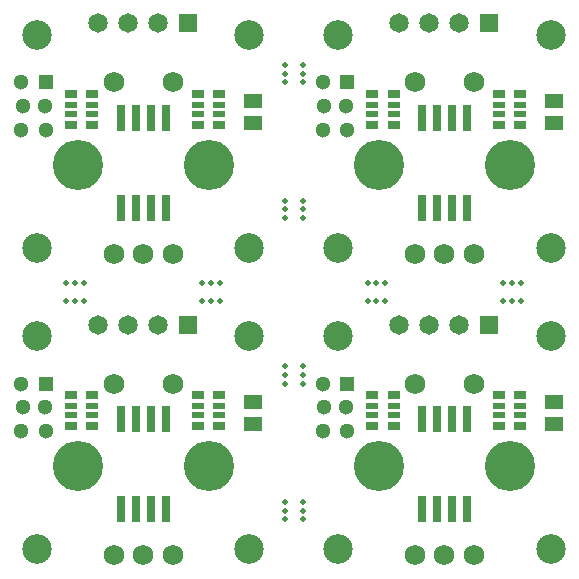
<source format=gbs>
G04 (created by PCBNEW (2013-03-02 BZR 3981)-testing) date Fri 08 Mar 2013 02:07:52 AM CET*
%MOIN*%
G04 Gerber Fmt 3.4, Leading zero omitted, Abs format*
%FSLAX34Y34*%
G01*
G70*
G90*
G04 APERTURE LIST*
%ADD10C,3.14961e-06*%
%ADD11C,0.019685*%
%ADD12C,0.0688976*%
%ADD13O,0.167323X0.167323*%
%ADD14C,0.0984252*%
%ADD15R,0.0511811X0.0511811*%
%ADD16C,0.0511811*%
%ADD17R,0.0649606X0.0649606*%
%ADD18C,0.0649606*%
%ADD19R,0.0275591X0.0866142*%
%ADD20R,0.059X0.0511*%
%ADD21R,0.0393701X0.0255906*%
%ADD22R,0.0393701X0.019685*%
G04 APERTURE END LIST*
G54D10*
G54D11*
X41929Y-23031D03*
X42519Y-23031D03*
X42519Y-22440D03*
X41929Y-22440D03*
X42224Y-22440D03*
X42224Y-23031D03*
X46751Y-23031D03*
X46751Y-22440D03*
X46456Y-22440D03*
X47047Y-22440D03*
X47047Y-23031D03*
X46456Y-23031D03*
X36417Y-23031D03*
X37007Y-23031D03*
X37007Y-22440D03*
X36417Y-22440D03*
X36712Y-22440D03*
X36712Y-23031D03*
X39173Y-25787D03*
X39173Y-25196D03*
X39763Y-25196D03*
X39763Y-25787D03*
X39173Y-25492D03*
X39763Y-25492D03*
X39763Y-30019D03*
X39173Y-30019D03*
X39763Y-30314D03*
X39763Y-29724D03*
X39173Y-29724D03*
X39173Y-30314D03*
X39173Y-20275D03*
X39173Y-19685D03*
X39763Y-19685D03*
X39763Y-20275D03*
X39173Y-19980D03*
X39763Y-19980D03*
X32185Y-23031D03*
X32185Y-22440D03*
X39763Y-15452D03*
X39173Y-15452D03*
X39763Y-15748D03*
X39763Y-15157D03*
G54D12*
X43503Y-21456D03*
X45472Y-21456D03*
X44488Y-21456D03*
X45472Y-15748D03*
X43503Y-15748D03*
G54D13*
X46673Y-18503D03*
X42303Y-18503D03*
G54D14*
X48031Y-21259D03*
X40944Y-21259D03*
X40944Y-14173D03*
X48031Y-14173D03*
G54D15*
X41259Y-15748D03*
G54D16*
X40433Y-15748D03*
X41220Y-16535D03*
X40472Y-16535D03*
X41259Y-17322D03*
X40433Y-17322D03*
G54D17*
X45988Y-13779D03*
G54D18*
X44988Y-13779D03*
X43988Y-13779D03*
X42988Y-13779D03*
G54D19*
X43738Y-16925D03*
X44238Y-16925D03*
X44738Y-16925D03*
X45238Y-16925D03*
X45238Y-19925D03*
X44738Y-19925D03*
X44238Y-19925D03*
X43738Y-19925D03*
G54D20*
X48149Y-17106D03*
X48149Y-16358D03*
G54D21*
X47027Y-17175D03*
G54D22*
X47027Y-16811D03*
X47027Y-16496D03*
G54D21*
X47027Y-16131D03*
X46318Y-17175D03*
G54D22*
X46318Y-16811D03*
X46318Y-16496D03*
G54D21*
X46318Y-16131D03*
X42086Y-16131D03*
G54D22*
X42086Y-16496D03*
X42086Y-16811D03*
G54D21*
X42086Y-17175D03*
X42795Y-16131D03*
G54D22*
X42795Y-16496D03*
X42795Y-16811D03*
G54D21*
X42795Y-17175D03*
X32047Y-16131D03*
G54D22*
X32047Y-16496D03*
X32047Y-16811D03*
G54D21*
X32047Y-17175D03*
X32755Y-16131D03*
G54D22*
X32755Y-16496D03*
X32755Y-16811D03*
G54D21*
X32755Y-17175D03*
X36988Y-17175D03*
G54D22*
X36988Y-16811D03*
X36988Y-16496D03*
G54D21*
X36988Y-16131D03*
X36279Y-17175D03*
G54D22*
X36279Y-16811D03*
X36279Y-16496D03*
G54D21*
X36279Y-16131D03*
G54D20*
X38110Y-17106D03*
X38110Y-16358D03*
G54D19*
X33698Y-16925D03*
X34198Y-16925D03*
X34698Y-16925D03*
X35198Y-16925D03*
X35198Y-19925D03*
X34698Y-19925D03*
X34198Y-19925D03*
X33698Y-19925D03*
G54D17*
X35948Y-13779D03*
G54D18*
X34948Y-13779D03*
X33948Y-13779D03*
X32948Y-13779D03*
G54D15*
X31220Y-15748D03*
G54D16*
X30393Y-15748D03*
X31181Y-16535D03*
X30433Y-16535D03*
X31220Y-17322D03*
X30393Y-17322D03*
G54D14*
X37992Y-14173D03*
X30905Y-14173D03*
X30905Y-21259D03*
X37992Y-21259D03*
G54D12*
X33464Y-21456D03*
X35433Y-21456D03*
X34448Y-21456D03*
X35433Y-15748D03*
X33464Y-15748D03*
G54D13*
X36633Y-18503D03*
X32263Y-18503D03*
G54D11*
X31889Y-22440D03*
X39173Y-15157D03*
X39173Y-15748D03*
X32480Y-22440D03*
X32480Y-23031D03*
X31889Y-23031D03*
G54D12*
X33464Y-31496D03*
X35433Y-31496D03*
X34448Y-31496D03*
X35433Y-25787D03*
X33464Y-25787D03*
G54D13*
X36633Y-28543D03*
X32263Y-28543D03*
G54D14*
X37992Y-31299D03*
X30905Y-31299D03*
X30905Y-24212D03*
X37992Y-24212D03*
G54D15*
X31220Y-25787D03*
G54D16*
X30393Y-25787D03*
X31181Y-26574D03*
X30433Y-26574D03*
X31220Y-27362D03*
X30393Y-27362D03*
G54D17*
X35948Y-23818D03*
G54D18*
X34948Y-23818D03*
X33948Y-23818D03*
X32948Y-23818D03*
G54D19*
X33698Y-26964D03*
X34198Y-26964D03*
X34698Y-26964D03*
X35198Y-26964D03*
X35198Y-29964D03*
X34698Y-29964D03*
X34198Y-29964D03*
X33698Y-29964D03*
G54D20*
X38110Y-27145D03*
X38110Y-26397D03*
G54D21*
X36988Y-27214D03*
G54D22*
X36988Y-26850D03*
X36988Y-26535D03*
G54D21*
X36988Y-26171D03*
X36279Y-27214D03*
G54D22*
X36279Y-26850D03*
X36279Y-26535D03*
G54D21*
X36279Y-26171D03*
X32047Y-26171D03*
G54D22*
X32047Y-26535D03*
X32047Y-26850D03*
G54D21*
X32047Y-27214D03*
X32755Y-26171D03*
G54D22*
X32755Y-26535D03*
X32755Y-26850D03*
G54D21*
X32755Y-27214D03*
X42086Y-26171D03*
G54D22*
X42086Y-26535D03*
X42086Y-26850D03*
G54D21*
X42086Y-27214D03*
X42795Y-26171D03*
G54D22*
X42795Y-26535D03*
X42795Y-26850D03*
G54D21*
X42795Y-27214D03*
X47027Y-27214D03*
G54D22*
X47027Y-26850D03*
X47027Y-26535D03*
G54D21*
X47027Y-26171D03*
X46318Y-27214D03*
G54D22*
X46318Y-26850D03*
X46318Y-26535D03*
G54D21*
X46318Y-26171D03*
G54D20*
X48149Y-27145D03*
X48149Y-26397D03*
G54D19*
X43738Y-26964D03*
X44238Y-26964D03*
X44738Y-26964D03*
X45238Y-26964D03*
X45238Y-29964D03*
X44738Y-29964D03*
X44238Y-29964D03*
X43738Y-29964D03*
G54D17*
X45988Y-23818D03*
G54D18*
X44988Y-23818D03*
X43988Y-23818D03*
X42988Y-23818D03*
G54D15*
X41259Y-25787D03*
G54D16*
X40433Y-25787D03*
X41220Y-26574D03*
X40472Y-26574D03*
X41259Y-27362D03*
X40433Y-27362D03*
G54D14*
X48031Y-24212D03*
X40944Y-24212D03*
X40944Y-31299D03*
X48031Y-31299D03*
G54D12*
X43503Y-31496D03*
X45472Y-31496D03*
X44488Y-31496D03*
X45472Y-25787D03*
X43503Y-25787D03*
G54D13*
X46673Y-28543D03*
X42303Y-28543D03*
M02*

</source>
